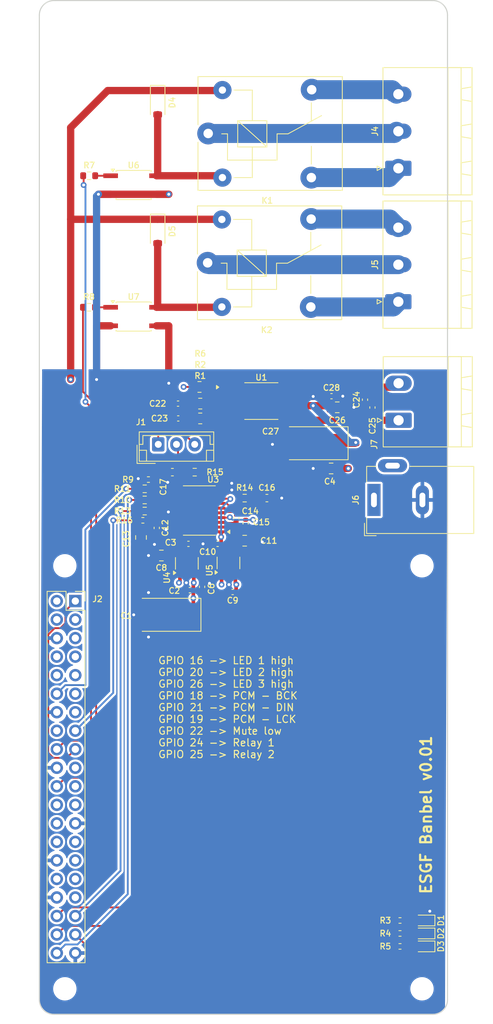
<source format=kicad_pcb>
(kicad_pcb
	(version 20240108)
	(generator "pcbnew")
	(generator_version "8.0")
	(general
		(thickness 1.6)
		(legacy_teardrops no)
	)
	(paper "A4")
	(title_block
		(title "DalRpiPCM ")
		(date "2020-06-17")
		(rev "1.03")
		(company "Dalsro IT AB")
	)
	(layers
		(0 "F.Cu" signal)
		(1 "In1.Cu" signal)
		(2 "In2.Cu" signal)
		(31 "B.Cu" signal)
		(32 "B.Adhes" user "B.Adhesive")
		(33 "F.Adhes" user "F.Adhesive")
		(34 "B.Paste" user)
		(35 "F.Paste" user)
		(36 "B.SilkS" user "B.Silkscreen")
		(37 "F.SilkS" user "F.Silkscreen")
		(38 "B.Mask" user)
		(39 "F.Mask" user)
		(40 "Dwgs.User" user "User.Drawings")
		(41 "Cmts.User" user "User.Comments")
		(42 "Eco1.User" user "User.Eco1")
		(43 "Eco2.User" user "User.Eco2")
		(44 "Edge.Cuts" user)
		(45 "Margin" user)
		(46 "B.CrtYd" user "B.Courtyard")
		(47 "F.CrtYd" user "F.Courtyard")
		(48 "B.Fab" user)
		(49 "F.Fab" user)
	)
	(setup
		(stackup
			(layer "F.SilkS"
				(type "Top Silk Screen")
			)
			(layer "F.Paste"
				(type "Top Solder Paste")
			)
			(layer "F.Mask"
				(type "Top Solder Mask")
				(thickness 0.01)
			)
			(layer "F.Cu"
				(type "copper")
				(thickness 0.035)
			)
			(layer "dielectric 1"
				(type "prepreg")
				(thickness 0.1)
				(material "FR4")
				(epsilon_r 4.5)
				(loss_tangent 0.02)
			)
			(layer "In1.Cu"
				(type "copper")
				(thickness 0.035)
			)
			(layer "dielectric 2"
				(type "core")
				(thickness 1.24)
				(material "FR4")
				(epsilon_r 4.5)
				(loss_tangent 0.02)
			)
			(layer "In2.Cu"
				(type "copper")
				(thickness 0.035)
			)
			(layer "dielectric 3"
				(type "prepreg")
				(thickness 0.1)
				(material "FR4")
				(epsilon_r 4.5)
				(loss_tangent 0.02)
			)
			(layer "B.Cu"
				(type "copper")
				(thickness 0.035)
			)
			(layer "B.Mask"
				(type "Bottom Solder Mask")
				(thickness 0.01)
			)
			(layer "B.Paste"
				(type "Bottom Solder Paste")
			)
			(layer "B.SilkS"
				(type "Bottom Silk Screen")
			)
			(copper_finish "None")
			(dielectric_constraints no)
		)
		(pad_to_mask_clearance 0.051)
		(solder_mask_min_width 0.25)
		(allow_soldermask_bridges_in_footprints no)
		(pcbplotparams
			(layerselection 0x00010fc_ffffffff)
			(plot_on_all_layers_selection 0x0000000_00000000)
			(disableapertmacros no)
			(usegerberextensions no)
			(usegerberattributes no)
			(usegerberadvancedattributes no)
			(creategerberjobfile no)
			(dashed_line_dash_ratio 12.000000)
			(dashed_line_gap_ratio 3.000000)
			(svgprecision 4)
			(plotframeref no)
			(viasonmask no)
			(mode 1)
			(useauxorigin no)
			(hpglpennumber 1)
			(hpglpenspeed 20)
			(hpglpendiameter 15.000000)
			(pdf_front_fp_property_popups yes)
			(pdf_back_fp_property_popups yes)
			(dxfpolygonmode yes)
			(dxfimperialunits yes)
			(dxfusepcbnewfont yes)
			(psnegative no)
			(psa4output no)
			(plotreference yes)
			(plotvalue yes)
			(plotfptext yes)
			(plotinvisibletext no)
			(sketchpadsonfab no)
			(subtractmaskfromsilk no)
			(outputformat 1)
			(mirror no)
			(drillshape 0)
			(scaleselection 1)
			(outputdirectory "RPII2S-gerber")
		)
	)
	(net 0 "")
	(net 1 "GND")
	(net 2 "GPIO25")
	(net 3 "GPIO8")
	(net 4 "Net-(D1-A)")
	(net 5 "GPIO18")
	(net 6 "GPIO21")
	(net 7 "GPIO19")
	(net 8 "Net-(D2-A)")
	(net 9 "GPIO22")
	(net 10 "Net-(D3-A)")
	(net 11 "+3.3VA")
	(net 12 "GPIO16")
	(net 13 "GPIO26")
	(net 14 "GPIO20")
	(net 15 "+3V3")
	(net 16 "+5V")
	(net 17 "unconnected-(J2-Pin_3-Pad3)")
	(net 18 "unconnected-(J2-Pin_8-Pad8)")
	(net 19 "unconnected-(J2-Pin_29-Pad29)")
	(net 20 "GPIO6")
	(net 21 "GPIO13")
	(net 22 "GPIO17")
	(net 23 "GPIO27")
	(net 24 "GPIO23")
	(net 25 "GPIO24")
	(net 26 "GPIO10")
	(net 27 "GPIO09")
	(net 28 "GPIO11")
	(net 29 "GPIO7")
	(net 30 "unconnected-(J2-Pin_27-Pad27)")
	(net 31 "unconnected-(J2-Pin_5-Pad5)")
	(net 32 "unconnected-(J2-Pin_7-Pad7)")
	(net 33 "unconnected-(J2-Pin_10-Pad10)")
	(net 34 "unconnected-(J2-Pin_28-Pad28)")
	(net 35 "unconnected-(J2-Pin_32-Pad32)")
	(net 36 "Net-(U3-LDOO)")
	(net 37 "Net-(U3-CPGND)")
	(net 38 "Net-(U3-VNEG)")
	(net 39 "Net-(U3-CAPM)")
	(net 40 "Net-(U3-CAPP)")
	(net 41 "Net-(C16-Pad1)")
	(net 42 "Net-(U3-DIN)")
	(net 43 "Net-(U3-BCK)")
	(net 44 "Net-(U3-SCK)")
	(net 45 "Net-(U3-LRCK)")
	(net 46 "Net-(U3-OUTR)")
	(net 47 "Net-(U3-OUTL)")
	(net 48 "unconnected-(U4-NC-Pad4)")
	(net 49 "unconnected-(U5-NC-Pad4)")
	(net 50 "Net-(U3-XSMT)")
	(net 51 "Net-(J1-Pin_2)")
	(net 52 "Net-(C22-Pad2)")
	(net 53 "Net-(J1-Pin_1)")
	(net 54 "Net-(J1-Pin_3)")
	(net 55 "Net-(C23-Pad2)")
	(net 56 "Net-(U1-IN-)")
	(net 57 "Net-(U1-IN+)")
	(net 58 "Net-(U1-~{SD})")
	(net 59 "unconnected-(U1-NC-Pad2)")
	(net 60 "Net-(D4-A)")
	(net 61 "Net-(D5-A)")
	(net 62 "Net-(R7-Pad2)")
	(net 63 "Net-(R8-Pad2)")
	(net 64 "Net-(J4-Pin_3)")
	(net 65 "Net-(J4-Pin_1)")
	(net 66 "Net-(J4-Pin_2)")
	(net 67 "Net-(J5-Pin_3)")
	(net 68 "Net-(J5-Pin_2)")
	(net 69 "Net-(J5-Pin_1)")
	(net 70 "Net-(J7-Pin_2)")
	(net 71 "Net-(J7-Pin_1)")
	(net 72 "+3V3P")
	(net 73 "unconnected-(J6-Pad3)")
	(footprint "Capacitor_SMD:C_0805_2012Metric" (layer "F.Cu") (at 103.2995 83.058 180))
	(footprint "MountingHole:MountingHole_2.7mm_M2.5" (layer "F.Cu") (at 66.768 96.4042))
	(footprint "MountingHole:MountingHole_2.7mm_M2.5" (layer "F.Cu") (at 115.768 154.4042))
	(footprint "MountingHole:MountingHole_2.7mm_M2.5" (layer "F.Cu") (at 115.768 96.4042))
	(footprint "Connector_PinSocket_2.54mm:PinSocket_2x20_P2.54mm_Vertical" (layer "F.Cu") (at 68.203 101.2392))
	(footprint "MountingHole:MountingHole_2.7mm_M2.5" (layer "F.Cu") (at 66.768 154.4042))
	(footprint "Capacitor_SMD:C_0402_1005Metric" (layer "F.Cu") (at 85.598 99.291 90))
	(footprint "LED_SMD:LED_0603_1608Metric" (layer "F.Cu") (at 116.0525 146.812 180))
	(footprint "Resistor_SMD:R_0402_1005Metric" (layer "F.Cu") (at 112.7505 145.034 180))
	(footprint "Resistor_SMD:R_0402_1005Metric" (layer "F.Cu") (at 112.7505 146.812 180))
	(footprint "Resistor_SMD:R_0402_1005Metric" (layer "F.Cu") (at 112.7505 148.59 180))
	(footprint "Capacitor_Tantalum_SMD:CP_EIA-7343-40_Kemet-Y" (layer "F.Cu") (at 81.026 103.124 180))
	(footprint "LED_SMD:LED_0603_1608Metric" (layer "F.Cu") (at 116.0525 145.034 180))
	(footprint "LED_SMD:LED_0603_1608Metric" (layer "F.Cu") (at 116.0525 148.59 180))
	(footprint "Diode_SMD:D_SOD-123" (layer "F.Cu") (at 79.502 32.894 -90))
	(footprint "Resistor_SMD:R_0603_1608Metric" (layer "F.Cu") (at 70.081 60.96))
	(footprint "Resistor_SMD:R_0603_1608Metric" (layer "F.Cu") (at 77.724 88.9))
	(footprint "Capacitor_SMD:C_0402_1005Metric" (layer "F.Cu") (at 87.729 93.3958 180))
	(footprint "Resistor_SMD:R_0603_1608Metric" (layer "F.Cu") (at 84.582 83.566 180))
	(footprint "Capacitor_SMD:C_0402_1005Metric" (layer "F.Cu") (at 83.721 93.3958))
	(footprint "Resistor_SMD:R_0805_2012Metric" (layer "F.Cu") (at 85.344 74.168))
	(footprint "Package_TO_SOT_SMD:SOT-23-5" (layer "F.Cu") (at 89.215 96.012 90))
	(footprint "Connector_JST:JST_EH_B3B-EH-A_1x03_P2.50mm_Vertical" (layer "F.Cu") (at 79.582 79.756))
	(footprint "Resistor_SMD:R_0603_1608Metric" (layer "F.Cu") (at 91.44 87.122))
	(footprint "Capacitor_SMD:C_0603_1608Metric" (layer "F.Cu") (at 94.488 87.122))
	(footprint "Package_SO:TSSOP-20_4.4x6.5mm_P0.65mm" (layer "F.Cu") (at 85.217 88.8238 180))
	(footprint "Capacitor_SMD:C_0402_1005Metric" (layer "F.Cu") (at 107.95 73.632 90))
	(footprint "Capacitor_SMD:C_0402_1005Metric" (layer "F.Cu") (at 83.919 99.7458 180))
	(footprint "Capacitor_Tantalum_SMD:CP_EIA-7343-40_Kemet-Y" (layer "F.Cu") (at 101.217 79.602 180))
	(footprint "Resistor_SMD:R_0805_2012Metric" (layer "F.Cu") (at 85.2405 71.882))
	(footprint "Package_TO_SOT_SMD:SOT-23-5" (layer "F.Cu") (at 83.505 96.0683 90))
	(footprint "Resistor_SMD:R_0402_1005Metric" (layer "F.Cu") (at 77.47 90.17 180))
	(footprint "Resistor_SMD:R_0603_1608Metric" (layer "F.Cu") (at 77.722 87.376))
	(footprint "MountingHole:MountingHole_2.7mm_M2.5" (layer "F.Cu") (at 115.768 22.4042))
	(footprint "Package_SO:SOP-8-1EP_4.57x4.57mm_P1.27mm_EP4.57x4.45mm" (layer "F.Cu") (at 93.726 73.82))
	(footprint "Package_SO:SO-4_4.4x3.6mm_P2.54mm" (layer "F.Cu") (at 76.2 44.196))
	(footprint "Connector_Phoenix_MSTB:PhoenixContact_MSTBA_2,5_3-G-5,08_1x03_P5.08mm_Horizontal" (layer "F.Cu") (at 112.522 60.198 90))
	(footprint "Capacitor_SMD:C_0603_1608Metric"
		(layer "F.Cu")
		(uuid "73d53bf7-5fbb-4d15-9e7b-63f67ec3ab78")
		(at 81.521 83.566 180)
		(descr "Capacitor SMD 0603 (1608 Metric), square (rectangular) end terminal, IPC_7351 nominal, (Body size source: IPC-SM-782 page 76, https://www.pcb-3d.com/wordpress/wp-content/uploads/ipc-sm-782a_amendment_1_and_2.pdf), generated with kicad-footprint-generator")
		(tags "capacitor")
		(property "Reference" "C17"
			(at 1.257 -2.032 90)
			(layer "F.SilkS")
			(uuid "75722065-7c97-4f0f-bd77-a320cfe20e2a")
			(effects
				(font
					(size 0.8 0.8)
					(thickness 0.15)
				)
			)
		)
		(property "Value" "2.2nF"
			(at 0 1.43 0)
			(layer "F.Fab")
			(uuid "9608e924-5ac6-4bd3-bfd9-82953faa6ef9")
			(effects
				(font
					(size 1 1)
					(thickness 0.15)
				)
			)
		)
		(property "Footprint" "Capacitor_SMD:C_0603_1608Metric"
			(at 0 0 180)
			(unlocked yes)
			(layer "F.Fab")
			(hide yes)
			(uuid "0c35c2d3-cb11-454d-a212-ae354073062a")
			(effects
				(font
					(size 1.27 1.27)
					(thickness 0.15)
				)
			)
		)
		(property "Datasheet" ""
			(at 0 0 180)
			(unlocked yes)
			(layer "F.Fab")
			(hide yes)
			(uuid "1273d457-30f7-45e5-b633-fce312780a8a")
			(effects
				(font
					(size 1.27 1.27)
					(thickness 0.15)
				)
			)
		)
		(property "Description" "Unpolarized capacitor, small symbol"
			(at 0 0 180)
			(unlocked yes)
			(layer "F.Fab")
			(hide yes)
			(uuid "56bafa5f-2d81-4866-a069-bc707ebebd7d")
			(effects
				(font
					(size 1.27 1.27)
					(thickness 0.15)
				)
			)
		)
		(property "LCSC" "C1604"
			(at 0 0 180)
			(unlocked yes)
			(layer "F.Fab")
			(hide yes)
			(uuid "b3565364-61b8-4949-9ea3-2593c0766eab")
			(effects
				(font
					(size 1 1)
					(thickness 0.15)
				)
			)
		)
		(property ki_fp_filters "C_*")
		(path "/4b1b4fe5-76de-4a34-9170-1396210f8be8")
		(sheetname "Root")
		(sheetfile "BANBEL.kicad_sch")
		(attr smd)
		(fp_line
			(start -0.14058 0.51)
			(end 0.14058 0.51)
			(stroke
				(width 0.12)
				(type solid)
			)
			(layer "F.SilkS")
			(uuid "5a58e44f-77ae-4876-b40c-f33062c227d0")
		)
		(fp_line
			(start -0.14058 -0.51)
			(end 0.14058 -0.51)
			(stroke
				(width 0.12)
				(type solid)
			)
			(layer "F.SilkS")
			(uuid "f5ff9ec5-cc07-4cb5-998e-4a7147517209")
		)
		(fp_line
			(start 1.48 0.73)
			(end -1.48 0.73)
			(stroke
				(width 0.05)
				(type solid)
			)
			(layer "F.CrtYd")
			(uuid "50afb06f-06ea-419d-aa5e-016338f95371")
		)
		(fp_line
			(start 1.48 -0.73)
			(end 1.48 0.73)
			(stroke
				(width 0.05)
				(type solid)
			)
			(layer "F.CrtYd")
			(uuid "1f2394c4-203e-48c3-9182-73732e545395")
		)
		(fp_line
			(start -1.48 0.73)
			(end -1.48 -0.73)
			(stroke
				(width 0.05)
				(type solid)
			)
			(layer "F.CrtYd")
			(uuid "be1752d4-779d-4bdb-baa6-f0668fd71e16")
		)
		(fp_line
			(start -1.48 -0.73)
			(end 1.48 -0.73)
			(stroke
				(width 0.05)
				(type solid)
			)
			(layer "F.CrtYd")
			(uuid "5cd9e04f-531c-4295-b6f4-ffad163168d8")
		)
		(fp_line
			(start 0.8 0.4)
			(end -0.8 0.4)
			(stroke
				(width 0.1)
				(type solid)
			)
			(layer "F.Fab")
			(uuid "421ca12a-ec0e-4e59-bb94-7d9064fd7f1c")
		)
		(fp_line
			(start 0.8 -0.4)
			(end 0.8 0.4)
			(stroke
				(width 0.1)
				(type solid)
			)
			(layer "F.Fab")
			(uuid "258fac9c-4d73-43b9-a3f9-e42189728ff1")
		)
		(fp_line
			(start -0.8 0.4)
			(end -0.8 -0.4)
			(stroke
				(width 0.1)
				(type solid)
			)
			(layer "F.Fab")
			(uuid "3594e0e9-923e-4aef-b189-afc8e049f02b")
		)
		(fp_line
			(start -0.8 -0.4)
			(end 0.8 -0.4)
			(stroke
				(width 0.1)
				(type solid)
			)
			(layer "F.Fab")
			(uuid "791627d8-739f-4337-80a5-cb188babf29f")
		)
		(fp_text user "${REFERENCE}"
			(at 0 0 0)
			(layer "F.Fab")
			(uuid "d82f5329-1ee5-467c-b319-f7ffdf5bcf02")
			(effects
				(font
					(s
... [511241 chars truncated]
</source>
